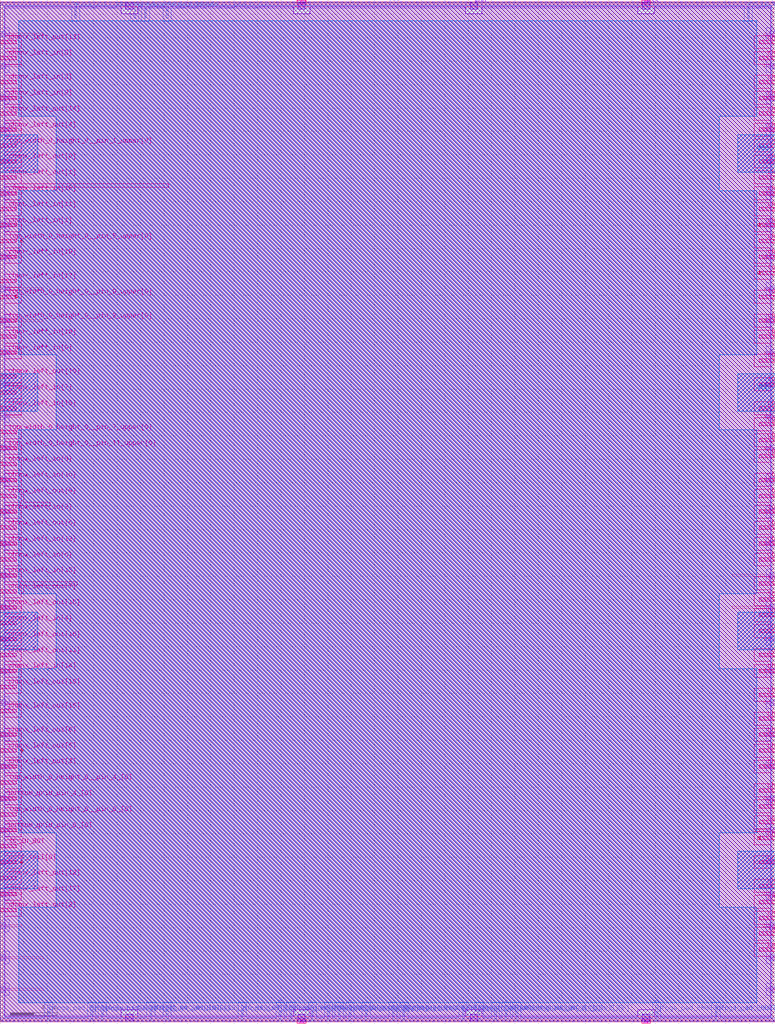
<source format=lef>
VERSION 5.7 ;
BUSBITCHARS "[]" ;

UNITS
  DATABASE MICRONS 1000 ;
END UNITS

MANUFACTURINGGRID 0.005 ;

LAYER li1
  TYPE ROUTING ;
  DIRECTION VERTICAL ;
  PITCH 0.46 ;
  WIDTH 0.17 ;
END li1

LAYER mcon
  TYPE CUT ;
END mcon

LAYER met1
  TYPE ROUTING ;
  DIRECTION HORIZONTAL ;
  PITCH 0.34 ;
  WIDTH 0.14 ;
END met1

LAYER via
  TYPE CUT ;
END via

LAYER met2
  TYPE ROUTING ;
  DIRECTION VERTICAL ;
  PITCH 0.46 ;
  WIDTH 0.14 ;
END met2

LAYER via2
  TYPE CUT ;
END via2

LAYER met3
  TYPE ROUTING ;
  DIRECTION HORIZONTAL ;
  PITCH 0.68 ;
  WIDTH 0.3 ;
END met3

LAYER via3
  TYPE CUT ;
END via3

LAYER met4
  TYPE ROUTING ;
  DIRECTION VERTICAL ;
  PITCH 0.92 ;
  WIDTH 0.3 ;
END met4

LAYER via4
  TYPE CUT ;
END via4

LAYER met5
  TYPE ROUTING ;
  DIRECTION HORIZONTAL ;
  PITCH 3.4 ;
  WIDTH 1.6 ;
END met5

LAYER nwell
  TYPE MASTERSLICE ;
END nwell

LAYER pwell
  TYPE MASTERSLICE ;
END pwell

LAYER OVERLAP
  TYPE OVERLAP ;
END OVERLAP

VIA L1M1_PR
  LAYER li1 ;
    RECT -0.085 -0.085 0.085 0.085 ;
  LAYER mcon ;
    RECT -0.085 -0.085 0.085 0.085 ;
  LAYER met1 ;
    RECT -0.145 -0.115 0.145 0.115 ;
END L1M1_PR

VIA L1M1_PR_R
  LAYER li1 ;
    RECT -0.085 -0.085 0.085 0.085 ;
  LAYER mcon ;
    RECT -0.085 -0.085 0.085 0.085 ;
  LAYER met1 ;
    RECT -0.115 -0.145 0.115 0.145 ;
END L1M1_PR_R

VIA L1M1_PR_M
  LAYER li1 ;
    RECT -0.085 -0.085 0.085 0.085 ;
  LAYER mcon ;
    RECT -0.085 -0.085 0.085 0.085 ;
  LAYER met1 ;
    RECT -0.115 -0.145 0.115 0.145 ;
END L1M1_PR_M

VIA L1M1_PR_MR
  LAYER li1 ;
    RECT -0.085 -0.085 0.085 0.085 ;
  LAYER mcon ;
    RECT -0.085 -0.085 0.085 0.085 ;
  LAYER met1 ;
    RECT -0.145 -0.115 0.145 0.115 ;
END L1M1_PR_MR

VIA L1M1_PR_C
  LAYER li1 ;
    RECT -0.085 -0.085 0.085 0.085 ;
  LAYER mcon ;
    RECT -0.085 -0.085 0.085 0.085 ;
  LAYER met1 ;
    RECT -0.145 -0.145 0.145 0.145 ;
END L1M1_PR_C

VIA M1M2_PR
  LAYER met1 ;
    RECT -0.16 -0.13 0.16 0.13 ;
  LAYER via ;
    RECT -0.075 -0.075 0.075 0.075 ;
  LAYER met2 ;
    RECT -0.13 -0.16 0.13 0.16 ;
END M1M2_PR

VIA M1M2_PR_Enc
  LAYER met1 ;
    RECT -0.16 -0.13 0.16 0.13 ;
  LAYER via ;
    RECT -0.075 -0.075 0.075 0.075 ;
  LAYER met2 ;
    RECT -0.16 -0.13 0.16 0.13 ;
END M1M2_PR_Enc

VIA M1M2_PR_R
  LAYER met1 ;
    RECT -0.13 -0.16 0.13 0.16 ;
  LAYER via ;
    RECT -0.075 -0.075 0.075 0.075 ;
  LAYER met2 ;
    RECT -0.16 -0.13 0.16 0.13 ;
END M1M2_PR_R

VIA M1M2_PR_R_Enc
  LAYER met1 ;
    RECT -0.13 -0.16 0.13 0.16 ;
  LAYER via ;
    RECT -0.075 -0.075 0.075 0.075 ;
  LAYER met2 ;
    RECT -0.13 -0.16 0.13 0.16 ;
END M1M2_PR_R_Enc

VIA M1M2_PR_M
  LAYER met1 ;
    RECT -0.16 -0.13 0.16 0.13 ;
  LAYER via ;
    RECT -0.075 -0.075 0.075 0.075 ;
  LAYER met2 ;
    RECT -0.16 -0.13 0.16 0.13 ;
END M1M2_PR_M

VIA M1M2_PR_M_Enc
  LAYER met1 ;
    RECT -0.16 -0.13 0.16 0.13 ;
  LAYER via ;
    RECT -0.075 -0.075 0.075 0.075 ;
  LAYER met2 ;
    RECT -0.13 -0.16 0.13 0.16 ;
END M1M2_PR_M_Enc

VIA M1M2_PR_MR
  LAYER met1 ;
    RECT -0.13 -0.16 0.13 0.16 ;
  LAYER via ;
    RECT -0.075 -0.075 0.075 0.075 ;
  LAYER met2 ;
    RECT -0.13 -0.16 0.13 0.16 ;
END M1M2_PR_MR

VIA M1M2_PR_MR_Enc
  LAYER met1 ;
    RECT -0.13 -0.16 0.13 0.16 ;
  LAYER via ;
    RECT -0.075 -0.075 0.075 0.075 ;
  LAYER met2 ;
    RECT -0.16 -0.13 0.16 0.13 ;
END M1M2_PR_MR_Enc

VIA M1M2_PR_C
  LAYER met1 ;
    RECT -0.16 -0.16 0.16 0.16 ;
  LAYER via ;
    RECT -0.075 -0.075 0.075 0.075 ;
  LAYER met2 ;
    RECT -0.16 -0.16 0.16 0.16 ;
END M1M2_PR_C

VIA M2M3_PR
  LAYER met2 ;
    RECT -0.14 -0.185 0.14 0.185 ;
  LAYER via2 ;
    RECT -0.1 -0.1 0.1 0.1 ;
  LAYER met3 ;
    RECT -0.165 -0.165 0.165 0.165 ;
END M2M3_PR

VIA M2M3_PR_R
  LAYER met2 ;
    RECT -0.185 -0.14 0.185 0.14 ;
  LAYER via2 ;
    RECT -0.1 -0.1 0.1 0.1 ;
  LAYER met3 ;
    RECT -0.165 -0.165 0.165 0.165 ;
END M2M3_PR_R

VIA M2M3_PR_M
  LAYER met2 ;
    RECT -0.14 -0.185 0.14 0.185 ;
  LAYER via2 ;
    RECT -0.1 -0.1 0.1 0.1 ;
  LAYER met3 ;
    RECT -0.165 -0.165 0.165 0.165 ;
END M2M3_PR_M

VIA M2M3_PR_MR
  LAYER met2 ;
    RECT -0.185 -0.14 0.185 0.14 ;
  LAYER via2 ;
    RECT -0.1 -0.1 0.1 0.1 ;
  LAYER met3 ;
    RECT -0.165 -0.165 0.165 0.165 ;
END M2M3_PR_MR

VIA M2M3_PR_C
  LAYER met2 ;
    RECT -0.185 -0.185 0.185 0.185 ;
  LAYER via2 ;
    RECT -0.1 -0.1 0.1 0.1 ;
  LAYER met3 ;
    RECT -0.165 -0.165 0.165 0.165 ;
END M2M3_PR_C

VIA M3M4_PR
  LAYER met3 ;
    RECT -0.19 -0.16 0.19 0.16 ;
  LAYER via3 ;
    RECT -0.1 -0.1 0.1 0.1 ;
  LAYER met4 ;
    RECT -0.165 -0.165 0.165 0.165 ;
END M3M4_PR

VIA M3M4_PR_R
  LAYER met3 ;
    RECT -0.16 -0.19 0.16 0.19 ;
  LAYER via3 ;
    RECT -0.1 -0.1 0.1 0.1 ;
  LAYER met4 ;
    RECT -0.165 -0.165 0.165 0.165 ;
END M3M4_PR_R

VIA M3M4_PR_M
  LAYER met3 ;
    RECT -0.19 -0.16 0.19 0.16 ;
  LAYER via3 ;
    RECT -0.1 -0.1 0.1 0.1 ;
  LAYER met4 ;
    RECT -0.165 -0.165 0.165 0.165 ;
END M3M4_PR_M

VIA M3M4_PR_MR
  LAYER met3 ;
    RECT -0.16 -0.19 0.16 0.19 ;
  LAYER via3 ;
    RECT -0.1 -0.1 0.1 0.1 ;
  LAYER met4 ;
    RECT -0.165 -0.165 0.165 0.165 ;
END M3M4_PR_MR

VIA M3M4_PR_C
  LAYER met3 ;
    RECT -0.19 -0.19 0.19 0.19 ;
  LAYER via3 ;
    RECT -0.1 -0.1 0.1 0.1 ;
  LAYER met4 ;
    RECT -0.165 -0.165 0.165 0.165 ;
END M3M4_PR_C

VIA M4M5_PR
  LAYER met4 ;
    RECT -0.59 -0.59 0.59 0.59 ;
  LAYER via4 ;
    RECT -0.4 -0.4 0.4 0.4 ;
  LAYER met5 ;
    RECT -0.71 -0.71 0.71 0.71 ;
END M4M5_PR

VIA M4M5_PR_R
  LAYER met4 ;
    RECT -0.59 -0.59 0.59 0.59 ;
  LAYER via4 ;
    RECT -0.4 -0.4 0.4 0.4 ;
  LAYER met5 ;
    RECT -0.71 -0.71 0.71 0.71 ;
END M4M5_PR_R

VIA M4M5_PR_M
  LAYER met4 ;
    RECT -0.59 -0.59 0.59 0.59 ;
  LAYER via4 ;
    RECT -0.4 -0.4 0.4 0.4 ;
  LAYER met5 ;
    RECT -0.71 -0.71 0.71 0.71 ;
END M4M5_PR_M

VIA M4M5_PR_MR
  LAYER met4 ;
    RECT -0.59 -0.59 0.59 0.59 ;
  LAYER via4 ;
    RECT -0.4 -0.4 0.4 0.4 ;
  LAYER met5 ;
    RECT -0.71 -0.71 0.71 0.71 ;
END M4M5_PR_MR

VIA M4M5_PR_C
  LAYER met4 ;
    RECT -0.59 -0.59 0.59 0.59 ;
  LAYER via4 ;
    RECT -0.4 -0.4 0.4 0.4 ;
  LAYER met5 ;
    RECT -0.71 -0.71 0.71 0.71 ;
END M4M5_PR_C

SITE unit
  CLASS CORE ;
  SYMMETRY Y ;
  SIZE 0.46 BY 2.72 ;
END unit

SITE unithddbl
  CLASS CORE ;
  SIZE 0.46 BY 5.44 ;
END unithddbl

MACRO cbx_1__0_
  CLASS BLOCK ;
  ORIGIN 0 0 ;
  SIZE 66.24 BY 87.04 ;
  SYMMETRY X Y ;
  PIN prog_clk[0]
    DIRECTION INPUT ;
    USE CLOCK ;
    PORT
      LAYER met3 ;
        RECT 64.86 13.45 66.24 13.75 ;
    END
  END prog_clk[0]
  PIN chanx_left_in[0]
    DIRECTION INPUT ;
    USE SIGNAL ;
    PORT
      LAYER met3 ;
        RECT 0 56.97 1.38 57.27 ;
    END
  END chanx_left_in[0]
  PIN chanx_left_in[1]
    DIRECTION INPUT ;
    USE SIGNAL ;
    PORT
      LAYER met3 ;
        RECT 0 67.85 1.38 68.15 ;
    END
  END chanx_left_in[1]
  PIN chanx_left_in[2]
    DIRECTION INPUT ;
    USE SIGNAL ;
    PORT
      LAYER met3 ;
        RECT 0 43.37 1.38 43.67 ;
    END
  END chanx_left_in[2]
  PIN chanx_left_in[3]
    DIRECTION INPUT ;
    USE SIGNAL ;
    PORT
      LAYER met3 ;
        RECT 0 80.09 1.38 80.39 ;
    END
  END chanx_left_in[3]
  PIN chanx_left_in[4]
    DIRECTION INPUT ;
    USE SIGNAL ;
    PORT
      LAYER met3 ;
        RECT 0 33.85 1.38 34.15 ;
    END
  END chanx_left_in[4]
  PIN chanx_left_in[5]
    DIRECTION INPUT ;
    USE SIGNAL ;
    PORT
      LAYER met3 ;
        RECT 0 82.13 1.38 82.43 ;
    END
  END chanx_left_in[5]
  PIN chanx_left_in[6]
    DIRECTION INPUT ;
    USE SIGNAL ;
    PORT
      LAYER met3 ;
        RECT 0 39.29 1.38 39.59 ;
    END
  END chanx_left_in[6]
  PIN chanx_left_in[7]
    DIRECTION INPUT ;
    USE SIGNAL ;
    PORT
      LAYER met3 ;
        RECT 0 53.57 1.38 53.87 ;
    END
  END chanx_left_in[7]
  PIN chanx_left_in[8]
    DIRECTION INPUT ;
    USE SIGNAL ;
    PORT
      LAYER met3 ;
        RECT 0 47.45 1.38 47.75 ;
    END
  END chanx_left_in[8]
  PIN chanx_left_in[9]
    DIRECTION INPUT ;
    USE SIGNAL ;
    PORT
      LAYER met3 ;
        RECT 0 78.73 1.38 79.03 ;
    END
  END chanx_left_in[9]
  PIN chanx_left_in[10]
    DIRECTION INPUT ;
    USE SIGNAL ;
    PORT
      LAYER met3 ;
        RECT 0 46.09 1.38 46.39 ;
    END
  END chanx_left_in[10]
  PIN chanx_left_in[11]
    DIRECTION INPUT ;
    USE SIGNAL ;
    PORT
      LAYER met3 ;
        RECT 0 69.21 1.38 69.51 ;
    END
  END chanx_left_in[11]
  PIN chanx_left_in[12]
    DIRECTION INPUT ;
    USE SIGNAL ;
    PORT
      LAYER met3 ;
        RECT 0 40.65 1.38 40.95 ;
    END
  END chanx_left_in[12]
  PIN chanx_left_in[13]
    DIRECTION INPUT ;
    USE SIGNAL ;
    PORT
      LAYER met3 ;
        RECT 0 37.93 1.38 38.23 ;
    END
  END chanx_left_in[13]
  PIN chanx_left_in[14]
    DIRECTION INPUT ;
    USE SIGNAL ;
    PORT
      LAYER met3 ;
        RECT 0 29.77 1.38 30.07 ;
    END
  END chanx_left_in[14]
  PIN chanx_left_in[15]
    DIRECTION INPUT ;
    USE SIGNAL ;
    PORT
      LAYER met3 ;
        RECT 0 52.21 1.38 52.51 ;
    END
  END chanx_left_in[15]
  PIN chanx_left_in[16]
    DIRECTION INPUT ;
    USE SIGNAL ;
    PORT
      LAYER met3 ;
        RECT 0 58.33 1.38 58.63 ;
    END
  END chanx_left_in[16]
  PIN chanx_left_in[17]
    DIRECTION INPUT ;
    USE SIGNAL ;
    PORT
      LAYER met3 ;
        RECT 0 63.09 1.38 63.39 ;
    END
  END chanx_left_in[17]
  PIN chanx_left_in[18]
    DIRECTION INPUT ;
    USE SIGNAL ;
    PORT
      LAYER met3 ;
        RECT 0 70.57 1.38 70.87 ;
    END
  END chanx_left_in[18]
  PIN chanx_left_in[19]
    DIRECTION INPUT ;
    USE SIGNAL ;
    PORT
      LAYER met3 ;
        RECT 0 65.13 1.38 65.43 ;
    END
  END chanx_left_in[19]
  PIN chanx_right_in[0]
    DIRECTION INPUT ;
    USE SIGNAL ;
    PORT
      LAYER met3 ;
        RECT 64.86 59.69 66.24 59.99 ;
    END
  END chanx_right_in[0]
  PIN chanx_right_in[1]
    DIRECTION INPUT ;
    USE SIGNAL ;
    PORT
      LAYER met3 ;
        RECT 64.86 56.29 66.24 56.59 ;
    END
  END chanx_right_in[1]
  PIN chanx_right_in[2]
    DIRECTION INPUT ;
    USE SIGNAL ;
    PORT
      LAYER met3 ;
        RECT 64.86 77.37 66.24 77.67 ;
    END
  END chanx_right_in[2]
  PIN chanx_right_in[3]
    DIRECTION INPUT ;
    USE SIGNAL ;
    PORT
      LAYER met3 ;
        RECT 64.86 80.09 66.24 80.39 ;
    END
  END chanx_right_in[3]
  PIN chanx_right_in[4]
    DIRECTION INPUT ;
    USE SIGNAL ;
    PORT
      LAYER met3 ;
        RECT 64.86 48.13 66.24 48.43 ;
    END
  END chanx_right_in[4]
  PIN chanx_right_in[5]
    DIRECTION INPUT ;
    USE SIGNAL ;
    PORT
      LAYER met3 ;
        RECT 64.86 82.13 66.24 82.43 ;
    END
  END chanx_right_in[5]
  PIN chanx_right_in[6]
    DIRECTION INPUT ;
    USE SIGNAL ;
    PORT
      LAYER met3 ;
        RECT 64.86 73.29 66.24 73.59 ;
    END
  END chanx_right_in[6]
  PIN chanx_right_in[7]
    DIRECTION INPUT ;
    USE SIGNAL ;
    PORT
      LAYER met3 ;
        RECT 64.86 58.33 66.24 58.63 ;
    END
  END chanx_right_in[7]
  PIN chanx_right_in[8]
    DIRECTION INPUT ;
    USE SIGNAL ;
    PORT
      LAYER met3 ;
        RECT 64.86 19.57 66.24 19.87 ;
    END
  END chanx_right_in[8]
  PIN chanx_right_in[9]
    DIRECTION INPUT ;
    USE SIGNAL ;
    PORT
      LAYER met3 ;
        RECT 64.86 44.73 66.24 45.03 ;
    END
  END chanx_right_in[9]
  PIN chanx_right_in[10]
    DIRECTION INPUT ;
    USE SIGNAL ;
    PORT
      LAYER met3 ;
        RECT 64.86 71.93 66.24 72.23 ;
    END
  END chanx_right_in[10]
  PIN chanx_right_in[11]
    DIRECTION INPUT ;
    USE SIGNAL ;
    PORT
      LAYER met3 ;
        RECT 64.86 70.57 66.24 70.87 ;
    END
  END chanx_right_in[11]
  PIN chanx_right_in[12]
    DIRECTION INPUT ;
    USE SIGNAL ;
    PORT
      LAYER met3 ;
        RECT 64.86 74.65 66.24 74.95 ;
    END
  END chanx_right_in[12]
  PIN chanx_right_in[13]
    DIRECTION INPUT ;
    USE SIGNAL ;
    PORT
      LAYER met3 ;
        RECT 64.86 65.13 66.24 65.43 ;
    END
  END chanx_right_in[13]
  PIN chanx_right_in[14]
    DIRECTION INPUT ;
    USE SIGNAL ;
    PORT
      LAYER met3 ;
        RECT 64.86 27.73 66.24 28.03 ;
    END
  END chanx_right_in[14]
  PIN chanx_right_in[15]
    DIRECTION INPUT ;
    USE SIGNAL ;
    PORT
      LAYER met3 ;
        RECT 64.86 49.49 66.24 49.79 ;
    END
  END chanx_right_in[15]
  PIN chanx_right_in[16]
    DIRECTION INPUT ;
    USE SIGNAL ;
    PORT
      LAYER met3 ;
        RECT 64.86 40.65 66.24 40.95 ;
    END
  END chanx_right_in[16]
  PIN chanx_right_in[17]
    DIRECTION INPUT ;
    USE SIGNAL ;
    PORT
      LAYER met3 ;
        RECT 64.86 8.69 66.24 8.99 ;
    END
  END chanx_right_in[17]
  PIN chanx_right_in[18]
    DIRECTION INPUT ;
    USE SIGNAL ;
    PORT
      LAYER met3 ;
        RECT 64.86 50.85 66.24 51.15 ;
    END
  END chanx_right_in[18]
  PIN chanx_right_in[19]
    DIRECTION INPUT ;
    USE SIGNAL ;
    PORT
      LAYER met3 ;
        RECT 64.86 52.21 66.24 52.51 ;
    END
  END chanx_right_in[19]
  PIN ccff_head[0]
    DIRECTION INPUT ;
    USE SIGNAL ;
    PORT
      LAYER met3 ;
        RECT 64.86 16.85 66.24 17.15 ;
    END
  END ccff_head[0]
  PIN chanx_left_out[0]
    DIRECTION OUTPUT ;
    USE SIGNAL ;
    PORT
      LAYER met3 ;
        RECT 0 73.29 1.38 73.59 ;
    END
  END chanx_left_out[0]
  PIN chanx_left_out[1]
    DIRECTION OUTPUT ;
    USE SIGNAL ;
    PORT
      LAYER met3 ;
        RECT 0 71.93 1.38 72.23 ;
    END
  END chanx_left_out[1]
  PIN chanx_left_out[2]
    DIRECTION OUTPUT ;
    USE SIGNAL ;
    PORT
      LAYER met3 ;
        RECT 0 9.37 1.38 9.67 ;
    END
  END chanx_left_out[2]
  PIN chanx_left_out[3]
    DIRECTION OUTPUT ;
    USE SIGNAL ;
    PORT
      LAYER met3 ;
        RECT 0 21.61 1.38 21.91 ;
    END
  END chanx_left_out[3]
  PIN chanx_left_out[4]
    DIRECTION OUTPUT ;
    USE SIGNAL ;
    PORT
      LAYER met3 ;
        RECT 0 76.01 1.38 76.31 ;
    END
  END chanx_left_out[4]
  PIN chanx_left_out[5]
    DIRECTION OUTPUT ;
    USE SIGNAL ;
    PORT
      LAYER met3 ;
        RECT 0 22.97 1.38 23.27 ;
    END
  END chanx_left_out[5]
  PIN chanx_left_out[6]
    DIRECTION OUTPUT ;
    USE SIGNAL ;
    PORT
      LAYER met3 ;
        RECT 0 42.01 1.38 42.31 ;
    END
  END chanx_left_out[6]
  PIN chanx_left_out[7]
    DIRECTION OUTPUT ;
    USE SIGNAL ;
    PORT
      LAYER met3 ;
        RECT 0 36.57 1.38 36.87 ;
    END
  END chanx_left_out[7]
  PIN chanx_left_out[8]
    DIRECTION OUTPUT ;
    USE SIGNAL ;
    PORT
      LAYER met3 ;
        RECT 0 24.33 1.38 24.63 ;
    END
  END chanx_left_out[8]
  PIN chanx_left_out[9]
    DIRECTION OUTPUT ;
    USE SIGNAL ;
    PORT
      LAYER met3 ;
        RECT 0 44.73 1.38 45.03 ;
    END
  END chanx_left_out[9]
  PIN chanx_left_out[10]
    DIRECTION OUTPUT ;
    USE SIGNAL ;
    PORT
      LAYER met3 ;
        RECT 0 54.93 1.38 55.23 ;
    END
  END chanx_left_out[10]
  PIN chanx_left_out[11]
    DIRECTION OUTPUT ;
    USE SIGNAL ;
    PORT
      LAYER met3 ;
        RECT 0 31.13 1.38 31.43 ;
    END
  END chanx_left_out[11]
  PIN chanx_left_out[12]
    DIRECTION OUTPUT ;
    USE SIGNAL ;
    PORT
      LAYER met3 ;
        RECT 0 12.09 1.38 12.39 ;
    END
  END chanx_left_out[12]
  PIN chanx_left_out[13]
    DIRECTION OUTPUT ;
    USE SIGNAL ;
    PORT
      LAYER met3 ;
        RECT 0 83.49 1.38 83.79 ;
    END
  END chanx_left_out[13]
  PIN chanx_left_out[14]
    DIRECTION OUTPUT ;
    USE SIGNAL ;
    PORT
      LAYER met3 ;
        RECT 0 77.37 1.38 77.67 ;
    END
  END chanx_left_out[14]
  PIN chanx_left_out[15]
    DIRECTION OUTPUT ;
    USE SIGNAL ;
    PORT
      LAYER met3 ;
        RECT 0 26.37 1.38 26.67 ;
    END
  END chanx_left_out[15]
  PIN chanx_left_out[16]
    DIRECTION OUTPUT ;
    USE SIGNAL ;
    PORT
      LAYER met3 ;
        RECT 0 32.49 1.38 32.79 ;
    END
  END chanx_left_out[16]
  PIN chanx_left_out[17]
    DIRECTION OUTPUT ;
    USE SIGNAL ;
    PORT
      LAYER met3 ;
        RECT 0 10.73 1.38 11.03 ;
    END
  END chanx_left_out[17]
  PIN chanx_left_out[18]
    DIRECTION OUTPUT ;
    USE SIGNAL ;
    PORT
      LAYER met3 ;
        RECT 0 35.21 1.38 35.51 ;
    END
  END chanx_left_out[18]
  PIN chanx_left_out[19]
    DIRECTION OUTPUT ;
    USE SIGNAL ;
    PORT
      LAYER met3 ;
        RECT 0 28.41 1.38 28.71 ;
    END
  END chanx_left_out[19]
  PIN chanx_right_out[0]
    DIRECTION OUTPUT ;
    USE SIGNAL ;
    PORT
      LAYER met3 ;
        RECT 64.86 11.41 66.24 11.71 ;
    END
  END chanx_right_out[0]
  PIN chanx_right_out[1]
    DIRECTION OUTPUT ;
    USE SIGNAL ;
    PORT
      LAYER met3 ;
        RECT 64.86 66.49 66.24 66.79 ;
    END
  END chanx_right_out[1]
  PIN chanx_right_out[2]
    DIRECTION OUTPUT ;
    USE SIGNAL ;
    PORT
      LAYER met3 ;
        RECT 64.86 10.05 66.24 10.35 ;
    END
  END chanx_right_out[2]
  PIN chanx_right_out[3]
    DIRECTION OUTPUT ;
    USE SIGNAL ;
    PORT
      LAYER met3 ;
        RECT 64.86 21.61 66.24 21.91 ;
    END
  END chanx_right_out[3]
  PIN chanx_right_out[4]
    DIRECTION OUTPUT ;
    USE SIGNAL ;
    PORT
      LAYER met3 ;
        RECT 64.86 78.73 66.24 79.03 ;
    END
  END chanx_right_out[4]
  PIN chanx_right_out[5]
    DIRECTION OUTPUT ;
    USE SIGNAL ;
    PORT
      LAYER met3 ;
        RECT 64.86 15.49 66.24 15.79 ;
    END
  END chanx_right_out[5]
  PIN chanx_right_out[6]
    DIRECTION OUTPUT ;
    USE SIGNAL ;
    PORT
      LAYER met3 ;
        RECT 64.86 33.17 66.24 33.47 ;
    END
  END chanx_right_out[6]
  PIN chanx_right_out[7]
    DIRECTION OUTPUT ;
    USE SIGNAL ;
    PORT
      LAYER met3 ;
        RECT 64.86 83.49 66.24 83.79 ;
    END
  END chanx_right_out[7]
  PIN chanx_right_out[8]
    DIRECTION OUTPUT ;
    USE SIGNAL ;
    PORT
      LAYER met3 ;
        RECT 64.86 25.69 66.24 25.99 ;
    END
  END chanx_right_out[8]
  PIN chanx_right_out[9]
    DIRECTION OUTPUT ;
    USE SIGNAL ;
    PORT
      LAYER met3 ;
        RECT 64.86 34.53 66.24 34.83 ;
    END
  END chanx_right_out[9]
  PIN chanx_right_out[10]
    DIRECTION OUTPUT ;
    USE SIGNAL ;
    PORT
      LAYER met3 ;
        RECT 64.86 39.29 66.24 39.59 ;
    END
  END chanx_right_out[10]
  PIN chanx_right_out[11]
    DIRECTION OUTPUT ;
    USE SIGNAL ;
    PORT
      LAYER met3 ;
        RECT 64.86 18.21 66.24 18.51 ;
    END
  END chanx_right_out[11]
  PIN chanx_right_out[12]
    DIRECTION OUTPUT ;
    USE SIGNAL ;
    PORT
      LAYER met3 ;
        RECT 64.86 76.01 66.24 76.31 ;
    END
  END chanx_right_out[12]
  PIN chanx_right_out[13]
    DIRECTION OUTPUT ;
    USE SIGNAL ;
    PORT
      LAYER met3 ;
        RECT 64.86 69.21 66.24 69.51 ;
    END
  END chanx_right_out[13]
  PIN chanx_right_out[14]
    DIRECTION OUTPUT ;
    USE SIGNAL ;
    PORT
      LAYER met3 ;
        RECT 64.86 42.01 66.24 42.31 ;
    END
  END chanx_right_out[14]
  PIN chanx_right_out[15]
    DIRECTION OUTPUT ;
    USE SIGNAL ;
    PORT
      LAYER met3 ;
        RECT 64.86 46.09 66.24 46.39 ;
    END
  END chanx_right_out[15]
  PIN chanx_right_out[16]
    DIRECTION OUTPUT ;
    USE SIGNAL ;
    PORT
      LAYER met3 ;
        RECT 64.86 29.77 66.24 30.07 ;
    END
  END chanx_right_out[16]
  PIN chanx_right_out[17]
    DIRECTION OUTPUT ;
    USE SIGNAL ;
    PORT
      LAYER met3 ;
        RECT 64.86 24.33 66.24 24.63 ;
    END
  END chanx_right_out[17]
  PIN chanx_right_out[18]
    DIRECTION OUTPUT ;
    USE SIGNAL ;
    PORT
      LAYER met3 ;
        RECT 64.86 22.97 66.24 23.27 ;
    END
  END chanx_right_out[18]
  PIN chanx_right_out[19]
    DIRECTION OUTPUT ;
    USE SIGNAL ;
    PORT
      LAYER met3 ;
        RECT 64.86 67.85 66.24 68.15 ;
    END
  END chanx_right_out[19]
  PIN bottom_grid_pin_0_[0]
    DIRECTION OUTPUT ;
    USE SIGNAL ;
    PORT
      LAYER met3 ;
        RECT 0 16.17 1.38 16.47 ;
    END
  END bottom_grid_pin_0_[0]
  PIN bottom_grid_pin_2_[0]
    DIRECTION OUTPUT ;
    USE SIGNAL ;
    PORT
      LAYER met2 ;
        RECT 11.43 85.68 11.57 87.04 ;
    END
  END bottom_grid_pin_2_[0]
  PIN bottom_grid_pin_4_[0]
    DIRECTION OUTPUT ;
    USE SIGNAL ;
    PORT
      LAYER met3 ;
        RECT 0 18.89 1.38 19.19 ;
    END
  END bottom_grid_pin_4_[0]
  PIN bottom_grid_pin_6_[0]
    DIRECTION OUTPUT ;
    USE SIGNAL ;
    PORT
      LAYER met3 ;
        RECT 64.86 5.97 66.24 6.27 ;
    END
  END bottom_grid_pin_6_[0]
  PIN bottom_grid_pin_8_[0]
    DIRECTION OUTPUT ;
    USE SIGNAL ;
    PORT
      LAYER met2 ;
        RECT 44.09 0 44.23 1.36 ;
    END
  END bottom_grid_pin_8_[0]
  PIN bottom_grid_pin_10_[0]
    DIRECTION OUTPUT ;
    USE SIGNAL ;
    PORT
      LAYER met2 ;
        RECT 28.91 0 29.05 1.36 ;
    END
  END bottom_grid_pin_10_[0]
  PIN ccff_tail[0]
    DIRECTION OUTPUT ;
    USE SIGNAL ;
    PORT
      LAYER met3 ;
        RECT 0 13.45 1.38 13.75 ;
    END
  END ccff_tail[0]
  PIN gfpga_pad_EMBEDDED_IO_SOC_IN[0]
    DIRECTION INPUT ;
    USE SIGNAL ;
    PORT
      LAYER met2 ;
        RECT 39.49 0 39.63 1.36 ;
    END
  END gfpga_pad_EMBEDDED_IO_SOC_IN[0]
  PIN gfpga_pad_EMBEDDED_IO_SOC_IN[1]
    DIRECTION INPUT ;
    USE SIGNAL ;
    PORT
      LAYER met2 ;
        RECT 20.63 0 20.77 1.36 ;
    END
  END gfpga_pad_EMBEDDED_IO_SOC_IN[1]
  PIN gfpga_pad_EMBEDDED_IO_SOC_IN[2]
    DIRECTION INPUT ;
    USE SIGNAL ;
    PORT
      LAYER met2 ;
        RECT 40.87 0 41.01 1.36 ;
    END
  END gfpga_pad_EMBEDDED_IO_SOC_IN[2]
  PIN gfpga_pad_EMBEDDED_IO_SOC_IN[3]
    DIRECTION INPUT ;
    USE SIGNAL ;
    PORT
      LAYER met2 ;
        RECT 33.51 0 33.65 1.36 ;
    END
  END gfpga_pad_EMBEDDED_IO_SOC_IN[3]
  PIN gfpga_pad_EMBEDDED_IO_SOC_IN[4]
    DIRECTION INPUT ;
    USE SIGNAL ;
    PORT
      LAYER met2 ;
        RECT 26.61 0 26.75 1.36 ;
    END
  END gfpga_pad_EMBEDDED_IO_SOC_IN[4]
  PIN gfpga_pad_EMBEDDED_IO_SOC_IN[5]
    DIRECTION INPUT ;
    USE SIGNAL ;
    PORT
      LAYER met2 ;
        RECT 61.11 0 61.25 1.36 ;
    END
  END gfpga_pad_EMBEDDED_IO_SOC_IN[5]
  PIN gfpga_pad_EMBEDDED_IO_SOC_OUT[0]
    DIRECTION OUTPUT ;
    USE SIGNAL ;
    PORT
      LAYER met2 ;
        RECT 34.43 0 34.57 1.36 ;
    END
  END gfpga_pad_EMBEDDED_IO_SOC_OUT[0]
  PIN gfpga_pad_EMBEDDED_IO_SOC_OUT[1]
    DIRECTION OUTPUT ;
    USE SIGNAL ;
    PORT
      LAYER met2 ;
        RECT 4.07 0 4.21 1.36 ;
    END
  END gfpga_pad_EMBEDDED_IO_SOC_OUT[1]
  PIN gfpga_pad_EMBEDDED_IO_SOC_OUT[2]
    DIRECTION OUTPUT ;
    USE SIGNAL ;
    PORT
      LAYER met2 ;
        RECT 14.19 0 14.33 1.36 ;
    END
  END gfpga_pad_EMBEDDED_IO_SOC_OUT[2]
  PIN gfpga_pad_EMBEDDED_IO_SOC_OUT[3]
    DIRECTION OUTPUT ;
    USE SIGNAL ;
    PORT
      LAYER met2 ;
        RECT 42.25 0 42.39 1.36 ;
    END
  END gfpga_pad_EMBEDDED_IO_SOC_OUT[3]
  PIN gfpga_pad_EMBEDDED_IO_SOC_OUT[4]
    DIRECTION OUTPUT ;
    USE SIGNAL ;
    PORT
      LAYER met2 ;
        RECT 56.05 0 56.19 1.36 ;
    END
  END gfpga_pad_EMBEDDED_IO_SOC_OUT[4]
  PIN gfpga_pad_EMBEDDED_IO_SOC_OUT[5]
    DIRECTION OUTPUT ;
    USE SIGNAL ;
    PORT
      LAYER met2 ;
        RECT 23.85 0 23.99 1.36 ;
    END
  END gfpga_pad_EMBEDDED_IO_SOC_OUT[5]
  PIN gfpga_pad_EMBEDDED_IO_SOC_DIR[0]
    DIRECTION OUTPUT ;
    USE SIGNAL ;
    PORT
      LAYER met2 ;
        RECT 31.21 0 31.35 1.36 ;
    END
  END gfpga_pad_EMBEDDED_IO_SOC_DIR[0]
  PIN gfpga_pad_EMBEDDED_IO_SOC_DIR[1]
    DIRECTION OUTPUT ;
    USE SIGNAL ;
    PORT
      LAYER met2 ;
        RECT 27.99 0 28.13 1.36 ;
    END
  END gfpga_pad_EMBEDDED_IO_SOC_DIR[1]
  PIN gfpga_pad_EMBEDDED_IO_SOC_DIR[2]
    DIRECTION OUTPUT ;
    USE SIGNAL ;
    PORT
      LAYER met2 ;
        RECT 24.77 0 24.91 1.36 ;
    END
  END gfpga_pad_EMBEDDED_IO_SOC_DIR[2]
  PIN gfpga_pad_EMBEDDED_IO_SOC_DIR[3]
    DIRECTION OUTPUT ;
    USE SIGNAL ;
    PORT
      LAYER met2 ;
        RECT 12.81 0 12.95 1.36 ;
    END
  END gfpga_pad_EMBEDDED_IO_SOC_DIR[3]
  PIN gfpga_pad_EMBEDDED_IO_SOC_DIR[4]
    DIRECTION OUTPUT ;
    USE SIGNAL ;
    PORT
      LAYER met2 ;
        RECT 8.67 0 8.81 1.36 ;
    END
  END gfpga_pad_EMBEDDED_IO_SOC_DIR[4]
  PIN gfpga_pad_EMBEDDED_IO_SOC_DIR[5]
    DIRECTION OUTPUT ;
    USE SIGNAL ;
    PORT
      LAYER met2 ;
        RECT 7.75 0 7.89 1.36 ;
    END
  END gfpga_pad_EMBEDDED_IO_SOC_DIR[5]
  PIN top_width_0_height_0__pin_0_[0]
    DIRECTION INPUT ;
    USE SIGNAL ;
    PORT
      LAYER met3 ;
        RECT 0 17.53 1.38 17.83 ;
    END
  END top_width_0_height_0__pin_0_[0]
  PIN top_width_0_height_0__pin_2_[0]
    DIRECTION INPUT ;
    USE SIGNAL ;
    PORT
      LAYER met2 ;
        RECT 12.35 85.68 12.49 87.04 ;
    END
  END top_width_0_height_0__pin_2_[0]
  PIN top_width_0_height_0__pin_4_[0]
    DIRECTION INPUT ;
    USE SIGNAL ;
    PORT
      LAYER met3 ;
        RECT 0 20.25 1.38 20.55 ;
    END
  END top_width_0_height_0__pin_4_[0]
  PIN top_width_0_height_0__pin_6_[0]
    DIRECTION INPUT ;
    USE SIGNAL ;
    PORT
      LAYER met3 ;
        RECT 64.86 7.33 66.24 7.63 ;
    END
  END top_width_0_height_0__pin_6_[0]
  PIN top_width_0_height_0__pin_8_[0]
    DIRECTION INPUT ;
    USE SIGNAL ;
    PORT
      LAYER met2 ;
        RECT 43.17 0 43.31 1.36 ;
    END
  END top_width_0_height_0__pin_8_[0]
  PIN top_width_0_height_0__pin_10_[0]
    DIRECTION INPUT ;
    USE SIGNAL ;
    PORT
      LAYER met2 ;
        RECT 29.83 0 29.97 1.36 ;
    END
  END top_width_0_height_0__pin_10_[0]
  PIN top_width_0_height_0__pin_1_upper[0]
    DIRECTION OUTPUT ;
    USE SIGNAL ;
    PORT
      LAYER met3 ;
        RECT 0 74.65 1.38 74.95 ;
    END
  END top_width_0_height_0__pin_1_upper[0]
  PIN top_width_0_height_0__pin_1_lower[0]
    DIRECTION OUTPUT ;
    USE SIGNAL ;
    PORT
      LAYER met3 ;
        RECT 64.86 63.77 66.24 64.07 ;
    END
  END top_width_0_height_0__pin_1_lower[0]
  PIN top_width_0_height_0__pin_3_upper[0]
    DIRECTION OUTPUT ;
    USE SIGNAL ;
    PORT
      LAYER met3 ;
        RECT 0 59.69 1.38 59.99 ;
    END
  END top_width_0_height_0__pin_3_upper[0]
  PIN top_width_0_height_0__pin_3_lower[0]
    DIRECTION OUTPUT ;
    USE SIGNAL ;
    PORT
      LAYER met3 ;
        RECT 64.86 31.13 66.24 31.43 ;
    END
  END top_width_0_height_0__pin_3_lower[0]
  PIN top_width_0_height_0__pin_5_upper[0]
    DIRECTION OUTPUT ;
    USE SIGNAL ;
    PORT
      LAYER met3 ;
        RECT 0 66.49 1.38 66.79 ;
    END
  END top_width_0_height_0__pin_5_upper[0]
  PIN top_width_0_height_0__pin_5_lower[0]
    DIRECTION OUTPUT ;
    USE SIGNAL ;
    PORT
      LAYER met3 ;
        RECT 64.86 43.37 66.24 43.67 ;
    END
  END top_width_0_height_0__pin_5_lower[0]
  PIN top_width_0_height_0__pin_7_upper[0]
    DIRECTION OUTPUT ;
    USE SIGNAL ;
    PORT
      LAYER met3 ;
        RECT 0 50.17 1.38 50.47 ;
    END
  END top_width_0_height_0__pin_7_upper[0]
  PIN top_width_0_height_0__pin_7_lower[0]
    DIRECTION OUTPUT ;
    USE SIGNAL ;
    PORT
      LAYER met3 ;
        RECT 64.86 54.25 66.24 54.55 ;
    END
  END top_width_0_height_0__pin_7_lower[0]
  PIN top_width_0_height_0__pin_9_upper[0]
    DIRECTION OUTPUT ;
    USE SIGNAL ;
    PORT
      LAYER met3 ;
        RECT 0 61.73 1.38 62.03 ;
    END
  END top_width_0_height_0__pin_9_upper[0]
  PIN top_width_0_height_0__pin_9_lower[0]
    DIRECTION OUTPUT ;
    USE SIGNAL ;
    PORT
      LAYER met3 ;
        RECT 64.86 61.73 66.24 62.03 ;
    END
  END top_width_0_height_0__pin_9_lower[0]
  PIN top_width_0_height_0__pin_11_upper[0]
    DIRECTION OUTPUT ;
    USE SIGNAL ;
    PORT
      LAYER met3 ;
        RECT 0 48.81 1.38 49.11 ;
    END
  END top_width_0_height_0__pin_11_upper[0]
  PIN top_width_0_height_0__pin_11_lower[0]
    DIRECTION OUTPUT ;
    USE SIGNAL ;
    PORT
      LAYER met3 ;
        RECT 64.86 37.25 66.24 37.55 ;
    END
  END top_width_0_height_0__pin_11_lower[0]
  PIN SC_IN_TOP
    DIRECTION INPUT ;
    USE SIGNAL ;
    PORT
      LAYER met2 ;
        RECT 63.87 85.68 64.01 87.04 ;
    END
  END SC_IN_TOP
  PIN SC_IN_BOT
    DIRECTION INPUT ;
    USE SIGNAL ;
    PORT
      LAYER met3 ;
        RECT 0 14.81 1.38 15.11 ;
    END
  END SC_IN_BOT
  PIN SC_OUT_TOP
    DIRECTION OUTPUT ;
    USE SIGNAL ;
    PORT
      LAYER met2 ;
        RECT 14.19 85.68 14.33 87.04 ;
    END
  END SC_OUT_TOP
  PIN SC_OUT_BOT
    DIRECTION OUTPUT ;
    USE SIGNAL ;
    PORT
      LAYER met3 ;
        RECT 64.86 35.89 66.24 36.19 ;
    END
  END SC_OUT_BOT
  PIN VDD
    DIRECTION INPUT ;
    USE POWER ;
    PORT
      LAYER met5 ;
        RECT 0 11.32 3.2 14.52 ;
        RECT 63.04 11.32 66.24 14.52 ;
        RECT 0 52.12 3.2 55.32 ;
        RECT 63.04 52.12 66.24 55.32 ;
      LAYER met4 ;
        RECT 10.74 0 11.34 0.6 ;
        RECT 40.18 0 40.78 0.6 ;
        RECT 10.74 86.44 11.34 87.04 ;
        RECT 40.18 86.44 40.78 87.04 ;
      LAYER met1 ;
        RECT 0 2.48 0.48 2.96 ;
        RECT 65.76 2.48 66.24 2.96 ;
        RECT 0 7.92 0.48 8.4 ;
        RECT 65.76 7.92 66.24 8.4 ;
        RECT 0 13.36 0.48 13.84 ;
        RECT 65.76 13.36 66.24 13.84 ;
        RECT 0 18.8 0.48 19.28 ;
        RECT 65.76 18.8 66.24 19.28 ;
        RECT 0 24.24 0.48 24.72 ;
        RECT 65.76 24.24 66.24 24.72 ;
        RECT 0 29.68 0.48 30.16 ;
        RECT 65.76 29.68 66.24 30.16 ;
        RECT 0 35.12 0.48 35.6 ;
        RECT 65.76 35.12 66.24 35.6 ;
        RECT 0 40.56 0.48 41.04 ;
        RECT 65.76 40.56 66.24 41.04 ;
        RECT 0 46 0.48 46.48 ;
        RECT 65.76 46 66.24 46.48 ;
        RECT 0 51.44 0.48 51.92 ;
        RECT 65.76 51.44 66.24 51.92 ;
        RECT 0 56.88 0.48 57.36 ;
        RECT 65.76 56.88 66.24 57.36 ;
        RECT 0 62.32 0.48 62.8 ;
        RECT 65.76 62.32 66.24 62.8 ;
        RECT 0 67.76 0.48 68.24 ;
        RECT 65.76 67.76 66.24 68.24 ;
        RECT 0 73.2 0.48 73.68 ;
        RECT 65.76 73.2 66.24 73.68 ;
        RECT 0 78.64 0.48 79.12 ;
        RECT 65.76 78.64 66.24 79.12 ;
        RECT 0 84.08 0.48 84.56 ;
        RECT 65.76 84.08 66.24 84.56 ;
    END
  END VDD
  PIN VSS
    DIRECTION INPUT ;
    USE GROUND ;
    PORT
      LAYER met5 ;
        RECT 0 31.72 3.2 34.92 ;
        RECT 63.04 31.72 66.24 34.92 ;
        RECT 0 72.52 3.2 75.72 ;
        RECT 63.04 72.52 66.24 75.72 ;
      LAYER met4 ;
        RECT 25.46 0 26.06 0.6 ;
        RECT 54.9 0 55.5 0.6 ;
        RECT 25.46 86.44 26.06 87.04 ;
        RECT 54.9 86.44 55.5 87.04 ;
      LAYER met1 ;
        RECT 0 0 66.24 0.24 ;
        RECT 0 5.2 0.48 5.68 ;
        RECT 65.76 5.2 66.24 5.68 ;
        RECT 0 10.64 0.48 11.12 ;
        RECT 65.76 10.64 66.24 11.12 ;
        RECT 0 16.08 0.48 16.56 ;
        RECT 65.76 16.08 66.24 16.56 ;
        RECT 0 21.52 0.48 22 ;
        RECT 65.76 21.52 66.24 22 ;
        RECT 0 26.96 0.48 27.44 ;
        RECT 65.76 26.96 66.24 27.44 ;
        RECT 0 32.4 0.48 32.88 ;
        RECT 65.76 32.4 66.24 32.88 ;
        RECT 0 37.84 0.48 38.32 ;
        RECT 65.76 37.84 66.24 38.32 ;
        RECT 0 43.28 0.48 43.76 ;
        RECT 65.76 43.28 66.24 43.76 ;
        RECT 0 48.72 0.48 49.2 ;
        RECT 65.76 48.72 66.24 49.2 ;
        RECT 0 54.16 0.48 54.64 ;
        RECT 65.76 54.16 66.24 54.64 ;
        RECT 0 59.6 0.48 60.08 ;
        RECT 65.76 59.6 66.24 60.08 ;
        RECT 0 65.04 0.48 65.52 ;
        RECT 65.76 65.04 66.24 65.52 ;
        RECT 0 70.48 0.48 70.96 ;
        RECT 65.76 70.48 66.24 70.96 ;
        RECT 0 75.92 0.48 76.4 ;
        RECT 65.76 75.92 66.24 76.4 ;
        RECT 0 81.36 0.48 81.84 ;
        RECT 65.76 81.36 66.24 81.84 ;
        RECT 0 86.8 66.24 87.04 ;
    END
  END VSS
  PIN prog_clk__FEEDTHRU_1[0]
    DIRECTION OUTPUT ;
    USE CLOCK ;
    PORT
      LAYER met2 ;
        RECT 6.37 85.68 6.51 87.04 ;
    END
  END prog_clk__FEEDTHRU_1[0]
  OBS
    LAYER li1 ;
      RECT 0 86.955 66.24 87.125 ;
      RECT 65.32 84.235 66.24 84.405 ;
      RECT 0 84.235 3.68 84.405 ;
      RECT 65.32 81.515 66.24 81.685 ;
      RECT 0 81.515 1.84 81.685 ;
      RECT 65.32 78.795 66.24 78.965 ;
      RECT 0 78.795 1.84 78.965 ;
      RECT 65.32 76.075 66.24 76.245 ;
      RECT 0 76.075 1.84 76.245 ;
      RECT 65.32 73.355 66.24 73.525 ;
      RECT 0 73.355 1.84 73.525 ;
      RECT 65.32 70.635 66.24 70.805 ;
      RECT 0 70.635 1.84 70.805 ;
      RECT 65.32 67.915 66.24 68.085 ;
      RECT 0 67.915 1.84 68.085 ;
      RECT 65.32 65.195 66.24 65.365 ;
      RECT 0 65.195 1.84 65.365 ;
      RECT 65.32 62.475 66.24 62.645 ;
      RECT 0 62.475 3.68 62.645 ;
      RECT 65.32 59.755 66.24 59.925 ;
      RECT 0 59.755 3.68 59.925 ;
      RECT 65.32 57.035 66.24 57.205 ;
      RECT 0 57.035 1.84 57.205 ;
      RECT 65.32 54.315 66.24 54.485 ;
      RECT 0 54.315 1.84 54.485 ;
      RECT 65.32 51.595 66.24 51.765 ;
      RECT 0 51.595 1.84 51.765 ;
      RECT 65.32 48.875 66.24 49.045 ;
      RECT 0 48.875 1.84 49.045 ;
      RECT 65.32 46.155 66.24 46.325 ;
      RECT 0 46.155 1.84 46.325 ;
      RECT 65.32 43.435 66.24 43.605 ;
      RECT 0 43.435 1.84 43.605 ;
      RECT 65.32 40.715 66.24 40.885 ;
      RECT 0 40.715 1.84 40.885 ;
      RECT 62.56 37.995 66.24 38.165 ;
      RECT 0 37.995 1.84 38.165 ;
      RECT 62.56 35.275 66.24 35.445 ;
      RECT 0 35.275 1.84 35.445 ;
      RECT 65.32 32.555 66.24 32.725 ;
      RECT 0 32.555 1.84 32.725 ;
      RECT 65.32 29.835 66.24 30.005 ;
      RECT 0 29.835 1.84 30.005 ;
      RECT 65.32 27.115 66.24 27.285 ;
      RECT 0 27.115 1.84 27.285 ;
      RECT 65.32 24.395 66.24 24.565 ;
      RECT 0 24.395 1.84 24.565 ;
      RECT 65.32 21.675 66.24 21.845 ;
      RECT 0 21.675 1.84 21.845 ;
      RECT 65.32 18.955 66.24 19.125 ;
      RECT 0 18.955 1.84 19.125 ;
      RECT 64.4 16.235 66.24 16.405 ;
      RECT 0 16.235 1.84 16.405 ;
      RECT 64.4 13.515 66.24 13.685 ;
      RECT 0 13.515 1.84 13.685 ;
      RECT 65.32 10.795 66.24 10.965 ;
      RECT 0 10.795 1.84 10.965 ;
      RECT 65.32 8.075 66.24 8.245 ;
      RECT 0 8.075 1.84 8.245 ;
      RECT 65.78 5.355 66.24 5.525 ;
      RECT 0 5.355 3.68 5.525 ;
      RECT 65.78 2.635 66.24 2.805 ;
      RECT 0 2.635 3.68 2.805 ;
      RECT 0 -0.085 66.24 0.085 ;
    LAYER met3 ;
      POLYGON 55.365 87.205 55.365 87.2 55.58 87.2 55.58 86.88 55.365 86.88 55.365 86.875 55.035 86.875 55.035 86.88 54.82 86.88 54.82 87.2 55.035 87.2 55.035 87.205 ;
      POLYGON 25.925 87.205 25.925 87.2 26.14 87.2 26.14 86.88 25.925 86.88 25.925 86.875 25.595 86.875 25.595 86.88 25.38 86.88 25.38 87.2 25.595 87.2 25.595 87.205 ;
      POLYGON 14.41 71.55 14.41 71.25 1.23 71.25 1.23 71.53 1.78 71.53 1.78 71.55 ;
      POLYGON 1.99 45.03 1.99 44.35 4.29 44.35 4.29 44.05 1.69 44.05 1.69 44.33 1.78 44.33 1.78 45.03 ;
      POLYGON 6.59 37.55 6.59 37.25 1.99 37.25 1.99 36.57 1.78 36.57 1.78 37.27 1.69 37.27 1.69 37.55 ;
      POLYGON 55.365 0.165 55.365 0.16 55.58 0.16 55.58 -0.16 55.365 -0.16 55.365 -0.165 55.035 -0.165 55.035 -0.16 54.82 -0.16 54.82 0.16 55.035 0.16 55.035 0.165 ;
      POLYGON 25.925 0.165 25.925 0.16 26.14 0.16 26.14 -0.16 25.925 -0.16 25.925 -0.165 25.595 -0.165 25.595 -0.16 25.38 -0.16 25.38 0.16 25.595 0.16 25.595 0.165 ;
      POLYGON 65.84 86.64 65.84 84.19 64.46 84.19 64.46 83.09 65.84 83.09 65.84 82.83 64.46 82.83 64.46 81.73 65.84 81.73 65.84 80.79 64.46 80.79 64.46 79.69 65.84 79.69 65.84 79.43 64.46 79.43 64.46 78.33 65.84 78.33 65.84 78.07 64.46 78.07 64.46 76.97 65.84 76.97 65.84 76.71 64.46 76.71 64.46 75.61 65.84 75.61 65.84 75.35 64.46 75.35 64.46 74.25 65.84 74.25 65.84 73.99 64.46 73.99 64.46 72.89 65.84 72.89 65.84 72.63 64.46 72.63 64.46 71.53 65.84 71.53 65.84 71.27 64.46 71.27 64.46 70.17 65.84 70.17 65.84 69.91 64.46 69.91 64.46 68.81 65.84 68.81 65.84 68.55 64.46 68.55 64.46 67.45 65.84 67.45 65.84 67.19 64.46 67.19 64.46 66.09 65.84 66.09 65.84 65.83 64.46 65.83 64.46 64.73 65.84 64.73 65.84 64.47 64.46 64.47 64.46 63.37 65.84 63.37 65.84 62.43 64.46 62.43 64.46 61.33 65.84 61.33 65.84 60.39 64.46 60.39 64.46 59.29 65.84 59.29 65.84 59.03 64.46 59.03 64.46 57.93 65.84 57.93 65.84 56.99 64.46 56.99 64.46 55.89 65.84 55.89 65.84 54.95 64.46 54.95 64.46 53.85 65.84 53.85 65.84 52.91 64.46 52.91 64.46 51.81 65.84 51.81 65.84 51.55 64.46 51.55 64.46 50.45 65.84 50.45 65.84 50.19 64.46 50.19 64.46 49.09 65.84 49.09 65.84 48.83 64.46 48.83 64.46 47.73 65.84 47.73 65.84 46.79 64.46 46.79 64.46 45.69 65.84 45.69 65.84 45.43 64.46 45.43 64.46 44.33 65.84 44.33 65.84 44.07 64.46 44.07 64.46 42.97 65.84 42.97 65.84 42.71 64.46 42.71 64.46 41.61 65.84 41.61 65.84 41.35 64.46 41.35 64.46 40.25 65.84 40.25 65.84 39.99 64.46 39.99 64.46 38.89 65.84 38.89 65.84 37.95 64.46 37.95 64.46 36.85 65.84 36.85 65.84 36.59 64.46 36.59 64.46 35.49 65.84 35.49 65.84 35.23 64.46 35.23 64.46 34.13 65.84 34.13 65.84 33.87 64.46 33.87 64.46 32.77 65.84 32.77 65.84 31.83 64.46 31.83 64.46 30.73 65.84 30.73 65.84 30.47 64.46 30.47 64.46 29.37 65.84 29.37 65.84 28.43 64.46 28.43 64.46 27.33 65.84 27.33 65.84 26.39 64.46 26.39 64.46 25.29 65.84 25.29 65.84 25.03 64.46 25.03 64.46 23.93 65.84 23.93 65.84 23.67 64.46 23.67 64.46 22.57 65.84 22.57 65.84 22.31 64.46 22.31 64.46 21.21 65.84 21.21 65.84 20.27 64.46 20.27 64.46 19.17 65.84 19.17 65.84 18.91 64.46 18.91 64.46 17.81 65.84 17.81 65.84 17.55 64.46 17.55 64.46 16.45 65.84 16.45 65.84 16.19 64.46 16.19 64.46 15.09 65.84 15.09 65.84 14.15 64.46 14.15 64.46 13.05 65.84 13.05 65.84 12.11 64.46 12.11 64.46 11.01 65.84 11.01 65.84 10.75 64.46 10.75 64.46 9.65 65.84 9.65 65.84 9.39 64.46 9.39 64.46 8.29 65.84 8.29 65.84 8.03 64.46 8.03 64.46 6.93 65.84 6.93 65.84 6.67 64.46 6.67 64.46 5.57 65.84 5.57 65.84 0.4 0.4 0.4 0.4 8.97 1.78 8.97 1.78 10.07 0.4 10.07 0.4 10.33 1.78 10.33 1.78 11.43 0.4 11.43 0.4 11.69 1.78 11.69 1.78 12.79 0.4 12.79 0.4 13.05 1.78 13.05 1.78 14.15 0.4 14.15 0.4 14.41 1.78 14.41 1.78 15.51 0.4 15.51 0.4 15.77 1.78 15.77 1.78 16.87 0.4 16.87 0.4 17.13 1.78 17.13 1.78 18.23 0.4 18.23 0.4 18.49 1.78 18.49 1.78 19.59 0.4 19.59 0.4 19.85 1.78 19.85 1.78 20.95 0.4 20.95 0.4 21.21 1.78 21.21 1.78 22.31 0.4 22.31 0.4 22.57 1.78 22.57 1.78 23.67 0.4 23.67 0.4 23.93 1.78 23.93 1.78 25.03 0.4 25.03 0.4 25.97 1.78 25.97 1.78 27.07 0.4 27.07 0.4 28.01 1.78 28.01 1.78 29.11 0.4 29.11 0.4 29.37 1.78 29.37 1.78 30.47 0.4 30.47 0.4 30.73 1.78 30.73 1.78 31.83 0.4 31.83 0.4 32.09 1.78 32.09 1.78 33.19 0.4 33.19 0.4 33.45 1.78 33.45 1.78 34.55 0.4 34.55 0.4 34.81 1.78 34.81 1.78 35.91 0.4 35.91 0.4 36.17 1.78 36.17 1.78 37.27 0.4 37.27 0.4 37.53 1.78 37.53 1.78 38.63 0.4 38.63 0.4 38.89 1.78 38.89 1.78 39.99 0.4 39.99 0.4 40.25 1.78 40.25 1.78 41.35 0.4 41.35 0.4 41.61 1.78 41.61 1.78 42.71 0.4 42.71 0.4 42.97 1.78 42.97 1.78 44.07 0.4 44.07 0.4 44.33 1.78 44.33 1.78 45.43 0.4 45.43 0.4 45.69 1.78 45.69 1.78 46.79 0.4 46.79 0.4 47.05 1.78 47.05 1.78 48.15 0.4 48.15 0.4 48.41 1.78 48.41 1.78 49.51 0.4 49.51 0.4 49.77 1.78 49.77 1.78 50.87 0.4 50.87 0.4 51.81 1.78 51.81 1.78 52.91 0.4 52.91 0.4 53.17 1.78 53.17 1.78 54.27 0.4 54.27 0.4 54.53 1.78 54.53 1.78 55.63 0.4 55.63 0.4 56.57 1.78 56.57 1.78 57.67 0.4 57.67 0.4 57.93 1.78 57.93 1.78 59.03 0.4 59.03 0.4 59.29 1.78 59.29 1.78 60.39 0.4 60.39 0.4 61.33 1.78 61.33 1.78 62.43 0.4 62.43 0.4 62.69 1.78 62.69 1.78 63.79 0.4 63.79 0.4 64.73 1.78 64.73 1.78 65.83 0.4 65.83 0.4 66.09 1.78 66.09 1.78 67.19 0.4 67.19 0.4 67.45 1.78 67.45 1.78 68.55 0.4 68.55 0.4 68.81 1.78 68.81 1.78 69.91 0.4 69.91 0.4 70.17 1.78 70.17 1.78 71.27 0.4 71.27 0.4 71.53 1.78 71.53 1.78 72.63 0.4 72.63 0.4 72.89 1.78 72.89 1.78 73.99 0.4 73.99 0.4 74.25 1.78 74.25 1.78 75.35 0.4 75.35 0.4 75.61 1.78 75.61 1.78 76.71 0.4 76.71 0.4 76.97 1.78 76.97 1.78 78.07 0.4 78.07 0.4 78.33 1.78 78.33 1.78 79.43 0.4 79.43 0.4 79.69 1.78 79.69 1.78 80.79 0.4 80.79 0.4 81.73 1.78 81.73 1.78 82.83 0.4 82.83 0.4 83.09 1.78 83.09 1.78 84.19 0.4 84.19 0.4 86.64 ;
    LAYER met2 ;
      RECT 55.06 86.855 55.34 87.225 ;
      RECT 25.62 86.855 25.9 87.225 ;
      RECT 55.06 -0.185 55.34 0.185 ;
      RECT 25.62 -0.185 25.9 0.185 ;
      POLYGON 65.96 86.76 65.96 0.28 61.53 0.28 61.53 1.64 60.83 1.64 60.83 0.28 56.47 0.28 56.47 1.64 55.77 1.64 55.77 0.28 44.51 0.28 44.51 1.64 43.81 1.64 43.81 0.28 43.59 0.28 43.59 1.64 42.89 1.64 42.89 0.28 42.67 0.28 42.67 1.64 41.97 1.64 41.97 0.28 41.29 0.28 41.29 1.64 40.59 1.64 40.59 0.28 39.91 0.28 39.91 1.64 39.21 1.64 39.21 0.28 34.85 0.28 34.85 1.64 34.15 1.64 34.15 0.28 33.93 0.28 33.93 1.64 33.23 1.64 33.23 0.28 31.63 0.28 31.63 1.64 30.93 1.64 30.93 0.28 30.25 0.28 30.25 1.64 29.55 1.64 29.55 0.28 29.33 0.28 29.33 1.64 28.63 1.64 28.63 0.28 28.41 0.28 28.41 1.64 27.71 1.64 27.71 0.28 27.03 0.28 27.03 1.64 26.33 1.64 26.33 0.28 25.19 0.28 25.19 1.64 24.49 1.64 24.49 0.28 24.27 0.28 24.27 1.64 23.57 1.64 23.57 0.28 21.05 0.28 21.05 1.64 20.35 1.64 20.35 0.28 14.61 0.28 14.61 1.64 13.91 1.64 13.91 0.28 13.23 0.28 13.23 1.64 12.53 1.64 12.53 0.28 9.09 0.28 9.09 1.64 8.39 1.64 8.39 0.28 8.17 0.28 8.17 1.64 7.47 1.64 7.47 0.28 4.49 0.28 4.49 1.64 3.79 1.64 3.79 0.28 0.28 0.28 0.28 86.76 6.09 86.76 6.09 85.4 6.79 85.4 6.79 86.76 11.15 86.76 11.15 85.4 11.85 85.4 11.85 86.76 12.07 86.76 12.07 85.4 12.77 85.4 12.77 86.76 13.91 86.76 13.91 85.4 14.61 85.4 14.61 86.76 63.59 86.76 63.59 85.4 64.29 85.4 64.29 86.76 ;
    LAYER met1 ;
      POLYGON 65.96 86.52 65.96 84.84 65.48 84.84 65.48 83.8 65.96 83.8 65.96 82.12 65.48 82.12 65.48 81.08 65.96 81.08 65.96 79.4 65.48 79.4 65.48 78.36 65.96 78.36 65.96 76.68 65.48 76.68 65.48 75.64 65.96 75.64 65.96 73.96 65.48 73.96 65.48 72.92 65.96 72.92 65.96 71.24 65.48 71.24 65.48 70.2 65.96 70.2 65.96 68.52 65.48 68.52 65.48 67.48 65.96 67.48 65.96 65.8 65.48 65.8 65.48 64.76 65.96 64.76 65.96 63.08 65.48 63.08 65.48 62.04 65.96 62.04 65.96 60.36 65.48 60.36 65.48 59.32 65.96 59.32 65.96 57.64 65.48 57.64 65.48 56.6 65.96 56.6 65.96 54.92 65.48 54.92 65.48 53.88 65.96 53.88 65.96 52.2 65.48 52.2 65.48 51.16 65.96 51.16 65.96 49.48 65.48 49.48 65.48 48.44 65.96 48.44 65.96 46.76 65.48 46.76 65.48 45.72 65.96 45.72 65.96 44.04 65.48 44.04 65.48 43 65.96 43 65.96 41.32 65.48 41.32 65.48 40.28 65.96 40.28 65.96 38.6 65.48 38.6 65.48 37.56 65.96 37.56 65.96 35.88 65.48 35.88 65.48 34.84 65.96 34.84 65.96 33.16 65.48 33.16 65.48 32.12 65.96 32.12 65.96 30.44 65.48 30.44 65.48 29.4 65.96 29.4 65.96 27.72 65.48 27.72 65.48 26.68 65.96 26.68 65.96 25 65.48 25 65.48 23.96 65.96 23.96 65.96 22.28 65.48 22.28 65.48 21.24 65.96 21.24 65.96 19.56 65.48 19.56 65.48 18.52 65.96 18.52 65.96 16.84 65.48 16.84 65.48 15.8 65.96 15.8 65.96 14.12 65.48 14.12 65.48 13.08 65.96 13.08 65.96 11.4 65.48 11.4 65.48 10.36 65.96 10.36 65.96 8.68 65.48 8.68 65.48 7.64 65.96 7.64 65.96 5.96 65.48 5.96 65.48 4.92 65.96 4.92 65.96 3.24 65.48 3.24 65.48 2.2 65.96 2.2 65.96 0.52 0.28 0.52 0.28 2.2 0.76 2.2 0.76 3.24 0.28 3.24 0.28 4.92 0.76 4.92 0.76 5.96 0.28 5.96 0.28 7.64 0.76 7.64 0.76 8.68 0.28 8.68 0.28 10.36 0.76 10.36 0.76 11.4 0.28 11.4 0.28 13.08 0.76 13.08 0.76 14.12 0.28 14.12 0.28 15.8 0.76 15.8 0.76 16.84 0.28 16.84 0.28 18.52 0.76 18.52 0.76 19.56 0.28 19.56 0.28 21.24 0.76 21.24 0.76 22.28 0.28 22.28 0.28 23.96 0.76 23.96 0.76 25 0.28 25 0.28 26.68 0.76 26.68 0.76 27.72 0.28 27.72 0.28 29.4 0.76 29.4 0.76 30.44 0.28 30.44 0.28 32.12 0.76 32.12 0.76 33.16 0.28 33.16 0.28 34.84 0.76 34.84 0.76 35.88 0.28 35.88 0.28 37.56 0.76 37.56 0.76 38.6 0.28 38.6 0.28 40.28 0.76 40.28 0.76 41.32 0.28 41.32 0.28 43 0.76 43 0.76 44.04 0.28 44.04 0.28 45.72 0.76 45.72 0.76 46.76 0.28 46.76 0.28 48.44 0.76 48.44 0.76 49.48 0.28 49.48 0.28 51.16 0.76 51.16 0.76 52.2 0.28 52.2 0.28 53.88 0.76 53.88 0.76 54.92 0.28 54.92 0.28 56.6 0.76 56.6 0.76 57.64 0.28 57.64 0.28 59.32 0.76 59.32 0.76 60.36 0.28 60.36 0.28 62.04 0.76 62.04 0.76 63.08 0.28 63.08 0.28 64.76 0.76 64.76 0.76 65.8 0.28 65.8 0.28 67.48 0.76 67.48 0.76 68.52 0.28 68.52 0.28 70.2 0.76 70.2 0.76 71.24 0.28 71.24 0.28 72.92 0.76 72.92 0.76 73.96 0.28 73.96 0.28 75.64 0.76 75.64 0.76 76.68 0.28 76.68 0.28 78.36 0.76 78.36 0.76 79.4 0.28 79.4 0.28 81.08 0.76 81.08 0.76 82.12 0.28 82.12 0.28 83.8 0.76 83.8 0.76 84.84 0.28 84.84 0.28 86.52 ;
    LAYER met4 ;
      POLYGON 65.84 86.64 65.84 0.4 55.9 0.4 55.9 1 54.5 1 54.5 0.4 41.18 0.4 41.18 1 39.78 1 39.78 0.4 26.46 0.4 26.46 1 25.06 1 25.06 0.4 11.74 0.4 11.74 1 10.34 1 10.34 0.4 0.4 0.4 0.4 86.64 10.34 86.64 10.34 86.04 11.74 86.04 11.74 86.64 25.06 86.64 25.06 86.04 26.46 86.04 26.46 86.64 39.78 86.64 39.78 86.04 41.18 86.04 41.18 86.64 54.5 86.64 54.5 86.04 55.9 86.04 55.9 86.64 ;
    LAYER met5 ;
      POLYGON 64.64 85.44 64.64 77.32 61.44 77.32 61.44 70.92 64.64 70.92 64.64 56.92 61.44 56.92 61.44 50.52 64.64 50.52 64.64 36.52 61.44 36.52 61.44 30.12 64.64 30.12 64.64 16.12 61.44 16.12 61.44 9.72 64.64 9.72 64.64 1.6 1.6 1.6 1.6 9.72 4.8 9.72 4.8 16.12 1.6 16.12 1.6 30.12 4.8 30.12 4.8 36.52 1.6 36.52 1.6 50.52 4.8 50.52 4.8 56.92 1.6 56.92 1.6 70.92 4.8 70.92 4.8 77.32 1.6 77.32 1.6 85.44 ;
    LAYER li1 ;
      RECT 0.17 0.17 66.07 86.87 ;
    LAYER mcon ;
      RECT 65.925 86.955 66.095 87.125 ;
      RECT 65.465 86.955 65.635 87.125 ;
      RECT 65.005 86.955 65.175 87.125 ;
      RECT 64.545 86.955 64.715 87.125 ;
      RECT 64.085 86.955 64.255 87.125 ;
      RECT 63.625 86.955 63.795 87.125 ;
      RECT 63.165 86.955 63.335 87.125 ;
      RECT 62.705 86.955 62.875 87.125 ;
      RECT 62.245 86.955 62.415 87.125 ;
      RECT 61.785 86.955 61.955 87.125 ;
      RECT 61.325 86.955 61.495 87.125 ;
      RECT 60.865 86.955 61.035 87.125 ;
      RECT 60.405 86.955 60.575 87.125 ;
      RECT 59.945 86.955 60.115 87.125 ;
      RECT 59.485 86.955 59.655 87.125 ;
      RECT 59.025 86.955 59.195 87.125 ;
      RECT 58.565 86.955 58.735 87.125 ;
      RECT 58.105 86.955 58.275 87.125 ;
      RECT 57.645 86.955 57.815 87.125 ;
      RECT 57.185 86.955 57.355 87.125 ;
      RECT 56.725 86.955 56.895 87.125 ;
      RECT 56.265 86.955 56.435 87.125 ;
      RECT 55.805 86.955 55.975 87.125 ;
      RECT 55.345 86.955 55.515 87.125 ;
      RECT 54.885 86.955 55.055 87.125 ;
      RECT 54.425 86.955 54.595 87.125 ;
      RECT 53.965 86.955 54.135 87.125 ;
      RECT 53.505 86.955 53.675 87.125 ;
      RECT 53.045 86.955 53.215 87.125 ;
      RECT 52.585 86.955 52.755 87.125 ;
      RECT 52.125 86.955 52.295 87.125 ;
      RECT 51.665 86.955 51.835 87.125 ;
      RECT 51.205 86.955 51.375 87.125 ;
      RECT 50.745 86.955 50.915 87.125 ;
      RECT 50.285 86.955 50.455 87.125 ;
      RECT 49.825 86.955 49.995 87.125 ;
      RECT 49.365 86.955 49.535 87.125 ;
      RECT 48.905 86.955 49.075 87.125 ;
      RECT 48.445 86.955 48.615 87.125 ;
      RECT 47.985 86.955 48.155 87.125 ;
      RECT 47.525 86.955 47.695 87.125 ;
      RECT 47.065 86.955 47.235 87.125 ;
      RECT 46.605 86.955 46.775 87.125 ;
      RECT 46.145 86.955 46.315 87.125 ;
      RECT 45.685 86.955 45.855 87.125 ;
      RECT 45.225 86.955 45.395 87.125 ;
      RECT 44.765 86.955 44.935 87.125 ;
      RECT 44.305 86.955 44.475 87.125 ;
      RECT 43.845 86.955 44.015 87.125 ;
      RECT 43.385 86.955 43.555 87.125 ;
      RECT 42.925 86.955 43.095 87.125 ;
      RECT 42.465 86.955 42.635 87.125 ;
      RECT 42.005 86.955 42.175 87.125 ;
      RECT 41.545 86.955 41.715 87.125 ;
      RECT 41.085 86.955 41.255 87.125 ;
      RECT 40.625 86.955 40.795 87.125 ;
      RECT 40.165 86.955 40.335 87.125 ;
      RECT 39.705 86.955 39.875 87.125 ;
      RECT 39.245 86.955 39.415 87.125 ;
      RECT 38.785 86.955 38.955 87.125 ;
      RECT 38.325 86.955 38.495 87.125 ;
      RECT 37.865 86.955 38.035 87.125 ;
      RECT 37.405 86.955 37.575 87.125 ;
      RECT 36.945 86.955 37.115 87.125 ;
      RECT 36.485 86.955 36.655 87.125 ;
      RECT 36.025 86.955 36.195 87.125 ;
      RECT 35.565 86.955 35.735 87.125 ;
      RECT 35.105 86.955 35.275 87.125 ;
      RECT 34.645 86.955 34.815 87.125 ;
      RECT 34.185 86.955 34.355 87.125 ;
      RECT 33.725 86.955 33.895 87.125 ;
      RECT 33.265 86.955 33.435 87.125 ;
      RECT 32.805 86.955 32.975 87.125 ;
      RECT 32.345 86.955 32.515 87.125 ;
      RECT 31.885 86.955 32.055 87.125 ;
      RECT 31.425 86.955 31.595 87.125 ;
      RECT 30.965 86.955 31.135 87.125 ;
      RECT 30.505 86.955 30.675 87.125 ;
      RECT 30.045 86.955 30.215 87.125 ;
      RECT 29.585 86.955 29.755 87.125 ;
      RECT 29.125 86.955 29.295 87.125 ;
      RECT 28.665 86.955 28.835 87.125 ;
      RECT 28.205 86.955 28.375 87.125 ;
      RECT 27.745 86.955 27.915 87.125 ;
      RECT 27.285 86.955 27.455 87.125 ;
      RECT 26.825 86.955 26.995 87.125 ;
      RECT 26.365 86.955 26.535 87.125 ;
      RECT 25.905 86.955 26.075 87.125 ;
      RECT 25.445 86.955 25.615 87.125 ;
      RECT 24.985 86.955 25.155 87.125 ;
      RECT 24.525 86.955 24.695 87.125 ;
      RECT 24.065 86.955 24.235 87.125 ;
      RECT 23.605 86.955 23.775 87.125 ;
      RECT 23.145 86.955 23.315 87.125 ;
      RECT 22.685 86.955 22.855 87.125 ;
      RECT 22.225 86.955 22.395 87.125 ;
      RECT 21.765 86.955 21.935 87.125 ;
      RECT 21.305 86.955 21.475 87.125 ;
      RECT 20.845 86.955 21.015 87.125 ;
      RECT 20.385 86.955 20.555 87.125 ;
      RECT 19.925 86.955 20.095 87.125 ;
      RECT 19.465 86.955 19.635 87.125 ;
      RECT 19.005 86.955 19.175 87.125 ;
      RECT 18.545 86.955 18.715 87.125 ;
      RECT 18.085 86.955 18.255 87.125 ;
      RECT 17.625 86.955 17.795 87.125 ;
      RECT 17.165 86.955 17.335 87.125 ;
      RECT 16.705 86.955 16.875 87.125 ;
      RECT 16.245 86.955 16.415 87.125 ;
      RECT 15.785 86.955 15.955 87.125 ;
      RECT 15.325 86.955 15.495 87.125 ;
      RECT 14.865 86.955 15.035 87.125 ;
      RECT 14.405 86.955 14.575 87.125 ;
      RECT 13.945 86.955 14.115 87.125 ;
      RECT 13.485 86.955 13.655 87.125 ;
      RECT 13.025 86.955 13.195 87.125 ;
      RECT 12.565 86.955 12.735 87.125 ;
      RECT 12.105 86.955 12.275 87.125 ;
      RECT 11.645 86.955 11.815 87.125 ;
      RECT 11.185 86.955 11.355 87.125 ;
      RECT 10.725 86.955 10.895 87.125 ;
      RECT 10.265 86.955 10.435 87.125 ;
      RECT 9.805 86.955 9.975 87.125 ;
      RECT 9.345 86.955 9.515 87.125 ;
      RECT 8.885 86.955 9.055 87.125 ;
      RECT 8.425 86.955 8.595 87.125 ;
      RECT 7.965 86.955 8.135 87.125 ;
      RECT 7.505 86.955 7.675 87.125 ;
      RECT 7.045 86.955 7.215 87.125 ;
      RECT 6.585 86.955 6.755 87.125 ;
      RECT 6.125 86.955 6.295 87.125 ;
      RECT 5.665 86.955 5.835 87.125 ;
      RECT 5.205 86.955 5.375 87.125 ;
      RECT 4.745 86.955 4.915 87.125 ;
      RECT 4.285 86.955 4.455 87.125 ;
      RECT 3.825 86.955 3.995 87.125 ;
      RECT 3.365 86.955 3.535 87.125 ;
      RECT 2.905 86.955 3.075 87.125 ;
      RECT 2.445 86.955 2.615 87.125 ;
      RECT 1.985 86.955 2.155 87.125 ;
      RECT 1.525 86.955 1.695 87.125 ;
      RECT 1.065 86.955 1.235 87.125 ;
      RECT 0.605 86.955 0.775 87.125 ;
      RECT 0.145 86.955 0.315 87.125 ;
      RECT 65.925 84.235 66.095 84.405 ;
      RECT 65.465 84.235 65.635 84.405 ;
      RECT 0.605 84.235 0.775 84.405 ;
      RECT 0.145 84.235 0.315 84.405 ;
      RECT 65.925 81.515 66.095 81.685 ;
      RECT 65.465 81.515 65.635 81.685 ;
      RECT 0.605 81.515 0.775 81.685 ;
      RECT 0.145 81.515 0.315 81.685 ;
      RECT 65.925 78.795 66.095 78.965 ;
      RECT 65.465 78.795 65.635 78.965 ;
      RECT 0.605 78.795 0.775 78.965 ;
      RECT 0.145 78.795 0.315 78.965 ;
      RECT 65.925 76.075 66.095 76.245 ;
      RECT 65.465 76.075 65.635 76.245 ;
      RECT 0.605 76.075 0.775 76.245 ;
      RECT 0.145 76.075 0.315 76.245 ;
      RECT 65.925 73.355 66.095 73.525 ;
      RECT 65.465 73.355 65.635 73.525 ;
      RECT 0.605 73.355 0.775 73.525 ;
      RECT 0.145 73.355 0.315 73.525 ;
      RECT 65.925 70.635 66.095 70.805 ;
      RECT 65.465 70.635 65.635 70.805 ;
      RECT 0.605 70.635 0.775 70.805 ;
      RECT 0.145 70.635 0.315 70.805 ;
      RECT 65.925 67.915 66.095 68.085 ;
      RECT 65.465 67.915 65.635 68.085 ;
      RECT 0.605 67.915 0.775 68.085 ;
      RECT 0.145 67.915 0.315 68.085 ;
      RECT 65.925 65.195 66.095 65.365 ;
      RECT 65.465 65.195 65.635 65.365 ;
      RECT 0.605 65.195 0.775 65.365 ;
      RECT 0.145 65.195 0.315 65.365 ;
      RECT 65.925 62.475 66.095 62.645 ;
      RECT 65.465 62.475 65.635 62.645 ;
      RECT 0.605 62.475 0.775 62.645 ;
      RECT 0.145 62.475 0.315 62.645 ;
      RECT 65.925 59.755 66.095 59.925 ;
      RECT 65.465 59.755 65.635 59.925 ;
      RECT 0.605 59.755 0.775 59.925 ;
      RECT 0.145 59.755 0.315 59.925 ;
      RECT 65.925 57.035 66.095 57.205 ;
      RECT 65.465 57.035 65.635 57.205 ;
      RECT 0.605 57.035 0.775 57.205 ;
      RECT 0.145 57.035 0.315 57.205 ;
      RECT 65.925 54.315 66.095 54.485 ;
      RECT 65.465 54.315 65.635 54.485 ;
      RECT 0.605 54.315 0.775 54.485 ;
      RECT 0.145 54.315 0.315 54.485 ;
      RECT 65.925 51.595 66.095 51.765 ;
      RECT 65.465 51.595 65.635 51.765 ;
      RECT 0.605 51.595 0.775 51.765 ;
      RECT 0.145 51.595 0.315 51.765 ;
      RECT 65.925 48.875 66.095 49.045 ;
      RECT 65.465 48.875 65.635 49.045 ;
      RECT 0.605 48.875 0.775 49.045 ;
      RECT 0.145 48.875 0.315 49.045 ;
      RECT 65.925 46.155 66.095 46.325 ;
      RECT 65.465 46.155 65.635 46.325 ;
      RECT 0.605 46.155 0.775 46.325 ;
      RECT 0.145 46.155 0.315 46.325 ;
      RECT 65.925 43.435 66.095 43.605 ;
      RECT 65.465 43.435 65.635 43.605 ;
      RECT 0.605 43.435 0.775 43.605 ;
      RECT 0.145 43.435 0.315 43.605 ;
      RECT 65.925 40.715 66.095 40.885 ;
      RECT 65.465 40.715 65.635 40.885 ;
      RECT 0.605 40.715 0.775 40.885 ;
      RECT 0.145 40.715 0.315 40.885 ;
      RECT 65.925 37.995 66.095 38.165 ;
      RECT 65.465 37.995 65.635 38.165 ;
      RECT 0.605 37.995 0.775 38.165 ;
      RECT 0.145 37.995 0.315 38.165 ;
      RECT 65.925 35.275 66.095 35.445 ;
      RECT 65.465 35.275 65.635 35.445 ;
      RECT 0.605 35.275 0.775 35.445 ;
      RECT 0.145 35.275 0.315 35.445 ;
      RECT 65.925 32.555 66.095 32.725 ;
      RECT 65.465 32.555 65.635 32.725 ;
      RECT 0.605 32.555 0.775 32.725 ;
      RECT 0.145 32.555 0.315 32.725 ;
      RECT 65.925 29.835 66.095 30.005 ;
      RECT 65.465 29.835 65.635 30.005 ;
      RECT 0.605 29.835 0.775 30.005 ;
      RECT 0.145 29.835 0.315 30.005 ;
      RECT 65.925 27.115 66.095 27.285 ;
      RECT 65.465 27.115 65.635 27.285 ;
      RECT 0.605 27.115 0.775 27.285 ;
      RECT 0.145 27.115 0.315 27.285 ;
      RECT 65.925 24.395 66.095 24.565 ;
      RECT 65.465 24.395 65.635 24.565 ;
      RECT 0.605 24.395 0.775 24.565 ;
      RECT 0.145 24.395 0.315 24.565 ;
      RECT 65.925 21.675 66.095 21.845 ;
      RECT 65.465 21.675 65.635 21.845 ;
      RECT 0.605 21.675 0.775 21.845 ;
      RECT 0.145 21.675 0.315 21.845 ;
      RECT 65.925 18.955 66.095 19.125 ;
      RECT 65.465 18.955 65.635 19.125 ;
      RECT 0.605 18.955 0.775 19.125 ;
      RECT 0.145 18.955 0.315 19.125 ;
      RECT 65.925 16.235 66.095 16.405 ;
      RECT 65.465 16.235 65.635 16.405 ;
      RECT 0.605 16.235 0.775 16.405 ;
      RECT 0.145 16.235 0.315 16.405 ;
      RECT 65.925 13.515 66.095 13.685 ;
      RECT 65.465 13.515 65.635 13.685 ;
      RECT 0.605 13.515 0.775 13.685 ;
      RECT 0.145 13.515 0.315 13.685 ;
      RECT 65.925 10.795 66.095 10.965 ;
      RECT 65.465 10.795 65.635 10.965 ;
      RECT 0.605 10.795 0.775 10.965 ;
      RECT 0.145 10.795 0.315 10.965 ;
      RECT 65.925 8.075 66.095 8.245 ;
      RECT 65.465 8.075 65.635 8.245 ;
      RECT 0.605 8.075 0.775 8.245 ;
      RECT 0.145 8.075 0.315 8.245 ;
      RECT 65.925 5.355 66.095 5.525 ;
      RECT 65.465 5.355 65.635 5.525 ;
      RECT 0.605 5.355 0.775 5.525 ;
      RECT 0.145 5.355 0.315 5.525 ;
      RECT 65.925 2.635 66.095 2.805 ;
      RECT 65.465 2.635 65.635 2.805 ;
      RECT 0.605 2.635 0.775 2.805 ;
      RECT 0.145 2.635 0.315 2.805 ;
      RECT 65.925 -0.085 66.095 0.085 ;
      RECT 65.465 -0.085 65.635 0.085 ;
      RECT 65.005 -0.085 65.175 0.085 ;
      RECT 64.545 -0.085 64.715 0.085 ;
      RECT 64.085 -0.085 64.255 0.085 ;
      RECT 63.625 -0.085 63.795 0.085 ;
      RECT 63.165 -0.085 63.335 0.085 ;
      RECT 62.705 -0.085 62.875 0.085 ;
      RECT 62.245 -0.085 62.415 0.085 ;
      RECT 61.785 -0.085 61.955 0.085 ;
      RECT 61.325 -0.085 61.495 0.085 ;
      RECT 60.865 -0.085 61.035 0.085 ;
      RECT 60.405 -0.085 60.575 0.085 ;
      RECT 59.945 -0.085 60.115 0.085 ;
      RECT 59.485 -0.085 59.655 0.085 ;
      RECT 59.025 -0.085 59.195 0.085 ;
      RECT 58.565 -0.085 58.735 0.085 ;
      RECT 58.105 -0.085 58.275 0.085 ;
      RECT 57.645 -0.085 57.815 0.085 ;
      RECT 57.185 -0.085 57.355 0.085 ;
      RECT 56.725 -0.085 56.895 0.085 ;
      RECT 56.265 -0.085 56.435 0.085 ;
      RECT 55.805 -0.085 55.975 0.085 ;
      RECT 55.345 -0.085 55.515 0.085 ;
      RECT 54.885 -0.085 55.055 0.085 ;
      RECT 54.425 -0.085 54.595 0.085 ;
      RECT 53.965 -0.085 54.135 0.085 ;
      RECT 53.505 -0.085 53.675 0.085 ;
      RECT 53.045 -0.085 53.215 0.085 ;
      RECT 52.585 -0.085 52.755 0.085 ;
      RECT 52.125 -0.085 52.295 0.085 ;
      RECT 51.665 -0.085 51.835 0.085 ;
      RECT 51.205 -0.085 51.375 0.085 ;
      RECT 50.745 -0.085 50.915 0.085 ;
      RECT 50.285 -0.085 50.455 0.085 ;
      RECT 49.825 -0.085 49.995 0.085 ;
      RECT 49.365 -0.085 49.535 0.085 ;
      RECT 48.905 -0.085 49.075 0.085 ;
      RECT 48.445 -0.085 48.615 0.085 ;
      RECT 47.985 -0.085 48.155 0.085 ;
      RECT 47.525 -0.085 47.695 0.085 ;
      RECT 47.065 -0.085 47.235 0.085 ;
      RECT 46.605 -0.085 46.775 0.085 ;
      RECT 46.145 -0.085 46.315 0.085 ;
      RECT 45.685 -0.085 45.855 0.085 ;
      RECT 45.225 -0.085 45.395 0.085 ;
      RECT 44.765 -0.085 44.935 0.085 ;
      RECT 44.305 -0.085 44.475 0.085 ;
      RECT 43.845 -0.085 44.015 0.085 ;
      RECT 43.385 -0.085 43.555 0.085 ;
      RECT 42.925 -0.085 43.095 0.085 ;
      RECT 42.465 -0.085 42.635 0.085 ;
      RECT 42.005 -0.085 42.175 0.085 ;
      RECT 41.545 -0.085 41.715 0.085 ;
      RECT 41.085 -0.085 41.255 0.085 ;
      RECT 40.625 -0.085 40.795 0.085 ;
      RECT 40.165 -0.085 40.335 0.085 ;
      RECT 39.705 -0.085 39.875 0.085 ;
      RECT 39.245 -0.085 39.415 0.085 ;
      RECT 38.785 -0.085 38.955 0.085 ;
      RECT 38.325 -0.085 38.495 0.085 ;
      RECT 37.865 -0.085 38.035 0.085 ;
      RECT 37.405 -0.085 37.575 0.085 ;
      RECT 36.945 -0.085 37.115 0.085 ;
      RECT 36.485 -0.085 36.655 0.085 ;
      RECT 36.025 -0.085 36.195 0.085 ;
      RECT 35.565 -0.085 35.735 0.085 ;
      RECT 35.105 -0.085 35.275 0.085 ;
      RECT 34.645 -0.085 34.815 0.085 ;
      RECT 34.185 -0.085 34.355 0.085 ;
      RECT 33.725 -0.085 33.895 0.085 ;
      RECT 33.265 -0.085 33.435 0.085 ;
      RECT 32.805 -0.085 32.975 0.085 ;
      RECT 32.345 -0.085 32.515 0.085 ;
      RECT 31.885 -0.085 32.055 0.085 ;
      RECT 31.425 -0.085 31.595 0.085 ;
      RECT 30.965 -0.085 31.135 0.085 ;
      RECT 30.505 -0.085 30.675 0.085 ;
      RECT 30.045 -0.085 30.215 0.085 ;
      RECT 29.585 -0.085 29.755 0.085 ;
      RECT 29.125 -0.085 29.295 0.085 ;
      RECT 28.665 -0.085 28.835 0.085 ;
      RECT 28.205 -0.085 28.375 0.085 ;
      RECT 27.745 -0.085 27.915 0.085 ;
      RECT 27.285 -0.085 27.455 0.085 ;
      RECT 26.825 -0.085 26.995 0.085 ;
      RECT 26.365 -0.085 26.535 0.085 ;
      RECT 25.905 -0.085 26.075 0.085 ;
      RECT 25.445 -0.085 25.615 0.085 ;
      RECT 24.985 -0.085 25.155 0.085 ;
      RECT 24.525 -0.085 24.695 0.085 ;
      RECT 24.065 -0.085 24.235 0.085 ;
      RECT 23.605 -0.085 23.775 0.085 ;
      RECT 23.145 -0.085 23.315 0.085 ;
      RECT 22.685 -0.085 22.855 0.085 ;
      RECT 22.225 -0.085 22.395 0.085 ;
      RECT 21.765 -0.085 21.935 0.085 ;
      RECT 21.305 -0.085 21.475 0.085 ;
      RECT 20.845 -0.085 21.015 0.085 ;
      RECT 20.385 -0.085 20.555 0.085 ;
      RECT 19.925 -0.085 20.095 0.085 ;
      RECT 19.465 -0.085 19.635 0.085 ;
      RECT 19.005 -0.085 19.175 0.085 ;
      RECT 18.545 -0.085 18.715 0.085 ;
      RECT 18.085 -0.085 18.255 0.085 ;
      RECT 17.625 -0.085 17.795 0.085 ;
      RECT 17.165 -0.085 17.335 0.085 ;
      RECT 16.705 -0.085 16.875 0.085 ;
      RECT 16.245 -0.085 16.415 0.085 ;
      RECT 15.785 -0.085 15.955 0.085 ;
      RECT 15.325 -0.085 15.495 0.085 ;
      RECT 14.865 -0.085 15.035 0.085 ;
      RECT 14.405 -0.085 14.575 0.085 ;
      RECT 13.945 -0.085 14.115 0.085 ;
      RECT 13.485 -0.085 13.655 0.085 ;
      RECT 13.025 -0.085 13.195 0.085 ;
      RECT 12.565 -0.085 12.735 0.085 ;
      RECT 12.105 -0.085 12.275 0.085 ;
      RECT 11.645 -0.085 11.815 0.085 ;
      RECT 11.185 -0.085 11.355 0.085 ;
      RECT 10.725 -0.085 10.895 0.085 ;
      RECT 10.265 -0.085 10.435 0.085 ;
      RECT 9.805 -0.085 9.975 0.085 ;
      RECT 9.345 -0.085 9.515 0.085 ;
      RECT 8.885 -0.085 9.055 0.085 ;
      RECT 8.425 -0.085 8.595 0.085 ;
      RECT 7.965 -0.085 8.135 0.085 ;
      RECT 7.505 -0.085 7.675 0.085 ;
      RECT 7.045 -0.085 7.215 0.085 ;
      RECT 6.585 -0.085 6.755 0.085 ;
      RECT 6.125 -0.085 6.295 0.085 ;
      RECT 5.665 -0.085 5.835 0.085 ;
      RECT 5.205 -0.085 5.375 0.085 ;
      RECT 4.745 -0.085 4.915 0.085 ;
      RECT 4.285 -0.085 4.455 0.085 ;
      RECT 3.825 -0.085 3.995 0.085 ;
      RECT 3.365 -0.085 3.535 0.085 ;
      RECT 2.905 -0.085 3.075 0.085 ;
      RECT 2.445 -0.085 2.615 0.085 ;
      RECT 1.985 -0.085 2.155 0.085 ;
      RECT 1.525 -0.085 1.695 0.085 ;
      RECT 1.065 -0.085 1.235 0.085 ;
      RECT 0.605 -0.085 0.775 0.085 ;
      RECT 0.145 -0.085 0.315 0.085 ;
    LAYER via ;
      RECT 55.125 86.965 55.275 87.115 ;
      RECT 25.685 86.965 25.835 87.115 ;
      RECT 56.045 1.625 56.195 1.775 ;
      RECT 43.165 1.625 43.315 1.775 ;
      RECT 29.825 1.625 29.975 1.775 ;
      RECT 23.845 1.625 23.995 1.775 ;
      RECT 55.125 -0.075 55.275 0.075 ;
      RECT 25.685 -0.075 25.835 0.075 ;
    LAYER via2 ;
      RECT 55.1 86.94 55.3 87.14 ;
      RECT 25.66 86.94 25.86 87.14 ;
      RECT 64.76 67.9 64.96 68.1 ;
      RECT 1.74 66.54 1.94 66.74 ;
      RECT 64.76 63.82 64.96 64.02 ;
      RECT 1.28 61.78 1.48 61.98 ;
      RECT 1.74 23.02 1.94 23.22 ;
      RECT 64.76 15.54 64.96 15.74 ;
      RECT 1.74 13.5 1.94 13.7 ;
      RECT 55.1 -0.1 55.3 0.1 ;
      RECT 25.66 -0.1 25.86 0.1 ;
    LAYER via3 ;
      RECT 55.1 86.94 55.3 87.14 ;
      RECT 25.66 86.94 25.86 87.14 ;
      RECT 55.1 -0.1 55.3 0.1 ;
      RECT 25.66 -0.1 25.86 0.1 ;
    LAYER OVERLAP ;
      POLYGON 0 0 0 87.04 66.24 87.04 66.24 0 ;
  END
END cbx_1__0_

END LIBRARY

</source>
